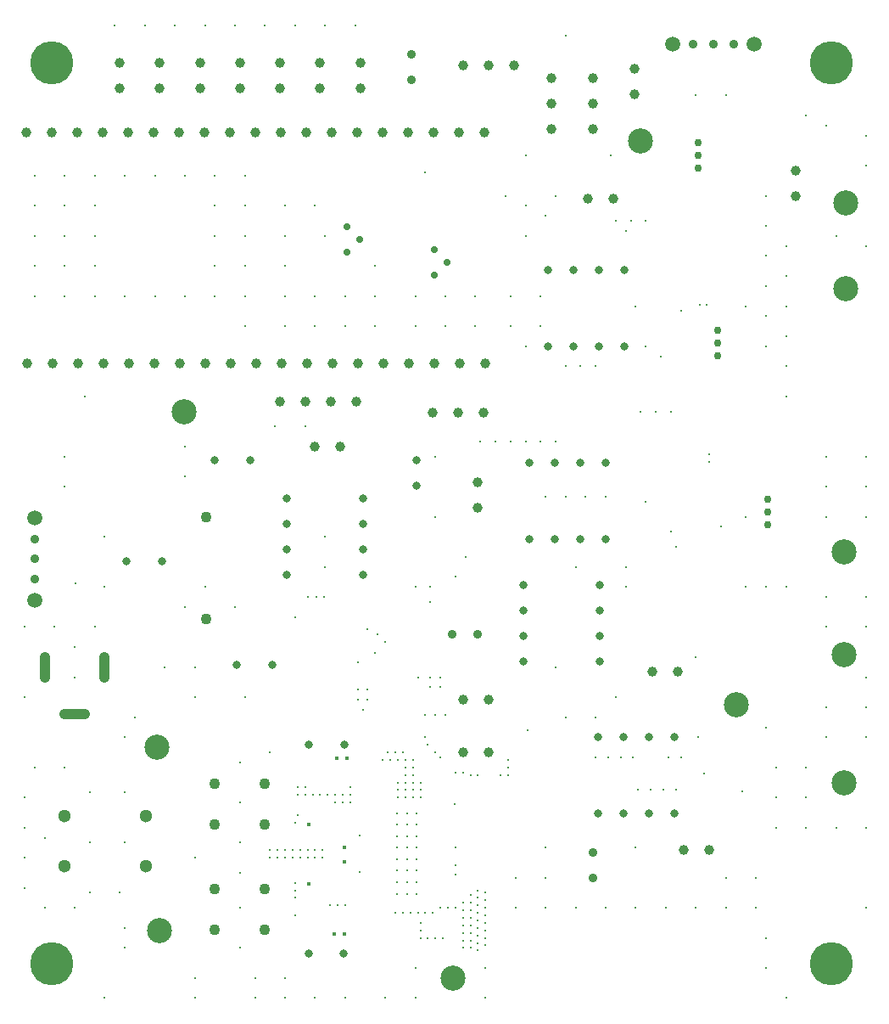
<source format=gbr>
%TF.GenerationSoftware,KiCad,Pcbnew,8.0.6*%
%TF.CreationDate,2024-11-21T01:01:50-08:00*%
%TF.ProjectId,ECE 411 Project,45434520-3431-4312-9050-726f6a656374,r1.6*%
%TF.SameCoordinates,Original*%
%TF.FileFunction,Plated,1,2,PTH,Mixed*%
%TF.FilePolarity,Positive*%
%FSLAX46Y46*%
G04 Gerber Fmt 4.6, Leading zero omitted, Abs format (unit mm)*
G04 Created by KiCad (PCBNEW 8.0.6) date 2024-11-21 01:01:50*
%MOMM*%
%LPD*%
G01*
G04 APERTURE LIST*
%TA.AperFunction,ViaDrill*%
%ADD10C,0.300000*%
%TD*%
%TA.AperFunction,ComponentDrill*%
%ADD11C,0.300000*%
%TD*%
%TA.AperFunction,ViaDrill*%
%ADD12C,0.400000*%
%TD*%
%TA.AperFunction,ComponentDrill*%
%ADD13C,0.700000*%
%TD*%
%TA.AperFunction,ComponentDrill*%
%ADD14C,0.750000*%
%TD*%
%TA.AperFunction,ComponentDrill*%
%ADD15C,0.800000*%
%TD*%
%TA.AperFunction,ComponentDrill*%
%ADD16C,0.900000*%
%TD*%
%TA.AperFunction,ComponentDrill*%
%ADD17C,1.000000*%
%TD*%
G04 aperture for slot hole*
%TA.AperFunction,ComponentDrill*%
%ADD18C,1.000000*%
%TD*%
%TA.AperFunction,ComponentDrill*%
%ADD19C,1.100000*%
%TD*%
%TA.AperFunction,ComponentDrill*%
%ADD20C,1.300000*%
%TD*%
%TA.AperFunction,ComponentDrill*%
%ADD21C,1.500000*%
%TD*%
%TA.AperFunction,ComponentDrill*%
%ADD22C,2.500000*%
%TD*%
%TA.AperFunction,ComponentDrill*%
%ADD23C,4.300000*%
%TD*%
G04 APERTURE END LIST*
D10*
X34000000Y-85000000D03*
X34000000Y-92000000D03*
X34000000Y-102000000D03*
X34000000Y-105000000D03*
X34000000Y-108000000D03*
X34000000Y-111000000D03*
X35000000Y-40000000D03*
X35000000Y-43000000D03*
X35000000Y-46000000D03*
X35000000Y-49000000D03*
X35000000Y-52000000D03*
X35000000Y-99000000D03*
X36000000Y-106000000D03*
X36000000Y-113000000D03*
X37000000Y-85000000D03*
X38000000Y-40000000D03*
X38000000Y-43000000D03*
X38000000Y-46000000D03*
X38000000Y-49000000D03*
X38000000Y-52000000D03*
X38000000Y-68000000D03*
X38000000Y-71000000D03*
X38000000Y-99000000D03*
X39000000Y-87000000D03*
X39000000Y-90000000D03*
X39000000Y-113000000D03*
X39100000Y-80600000D03*
X40000000Y-62000000D03*
X40500000Y-101500000D03*
X40500000Y-106500000D03*
X40500000Y-111500000D03*
X41000000Y-40000000D03*
X41000000Y-43000000D03*
X41000000Y-46000000D03*
X41000000Y-49000000D03*
X41000000Y-52000000D03*
X41000000Y-85000000D03*
X42000000Y-76000000D03*
X42000000Y-81000000D03*
X42000000Y-122000000D03*
X43000000Y-25000000D03*
X43500000Y-111500000D03*
X44000000Y-40000000D03*
X44000000Y-52000000D03*
X44000000Y-96000000D03*
X44000000Y-101500000D03*
X44000000Y-106500000D03*
X44000000Y-115000000D03*
X44000000Y-117000000D03*
X45000000Y-94000000D03*
X46000000Y-25000000D03*
X47000000Y-40000000D03*
X47000000Y-52000000D03*
X48000000Y-89000000D03*
X49000000Y-25000000D03*
X50000000Y-40000000D03*
X50000000Y-52000000D03*
X50000000Y-67000000D03*
X50000000Y-70000000D03*
X50000000Y-83000000D03*
X51000000Y-89000000D03*
X51000000Y-92000000D03*
X51000000Y-108000000D03*
X51000000Y-120000000D03*
X51000000Y-122000000D03*
X52000000Y-25000000D03*
X52000000Y-81000000D03*
X53000000Y-40000000D03*
X53000000Y-43000000D03*
X53000000Y-46000000D03*
X53000000Y-49000000D03*
X53000000Y-52000000D03*
X55000000Y-25000000D03*
X55000000Y-83000000D03*
X55500000Y-98500000D03*
X55500000Y-102500000D03*
X55500000Y-106500000D03*
X55500000Y-109500000D03*
X55500000Y-113000000D03*
X55500000Y-117000000D03*
X56000000Y-40000000D03*
X56000000Y-43000000D03*
X56000000Y-46000000D03*
X56000000Y-49000000D03*
X56000000Y-52000000D03*
X56000000Y-55000000D03*
X56000000Y-92000000D03*
X57000000Y-120000000D03*
X57000000Y-122000000D03*
X58000000Y-25000000D03*
X58500000Y-97500000D03*
X58500000Y-107250000D03*
X58500000Y-108000000D03*
X59000000Y-65000000D03*
X59250000Y-107250000D03*
X59250000Y-108000000D03*
X60000000Y-43000000D03*
X60000000Y-46000000D03*
X60000000Y-49000000D03*
X60000000Y-52000000D03*
X60000000Y-55000000D03*
X60000000Y-107250000D03*
X60000000Y-108000000D03*
X60000000Y-120000000D03*
X60000000Y-122000000D03*
X60750000Y-107250000D03*
X60750000Y-108000000D03*
X61000000Y-25000000D03*
X61000000Y-84000000D03*
X61000000Y-104500000D03*
X61000000Y-110500000D03*
X61000000Y-111250000D03*
X61000000Y-112000000D03*
X61000000Y-113750000D03*
X61250000Y-101000000D03*
X61250000Y-101750000D03*
X61250000Y-103750000D03*
X61500000Y-107250000D03*
X61500000Y-108000000D03*
X62000000Y-65000000D03*
X62000000Y-101000000D03*
X62000000Y-101750000D03*
X62250000Y-107250000D03*
X62250000Y-108000000D03*
X62300000Y-82000000D03*
X62750000Y-101750000D03*
X63000000Y-43000000D03*
X63000000Y-52000000D03*
X63000000Y-55000000D03*
X63000000Y-107250000D03*
X63000000Y-108000000D03*
X63000000Y-122000000D03*
X63100000Y-82000000D03*
X63500000Y-101750000D03*
X63750000Y-107250000D03*
X63750000Y-108000000D03*
X63900000Y-82000000D03*
X64000000Y-25000000D03*
X64000000Y-46000000D03*
X64000000Y-76000000D03*
X64000000Y-79000000D03*
X64250000Y-101750000D03*
X64500000Y-112750000D03*
X65000000Y-101750000D03*
X65000000Y-102500000D03*
X65250000Y-112750000D03*
X65750000Y-101750000D03*
X65750000Y-102500000D03*
X66000000Y-52000000D03*
X66000000Y-55000000D03*
X66000000Y-112750000D03*
X66000000Y-122000000D03*
X66500000Y-101000000D03*
X66500000Y-101750000D03*
X66500000Y-102500000D03*
X67000000Y-25000000D03*
X67250000Y-88500000D03*
X67250000Y-91250000D03*
X67250000Y-92250000D03*
X67452651Y-105750000D03*
X67452651Y-109450000D03*
X67750000Y-93250000D03*
X68250000Y-85250000D03*
X68250000Y-91250000D03*
X68250000Y-92250000D03*
X69000000Y-49000000D03*
X69000000Y-52000000D03*
X69000000Y-55000000D03*
X69000000Y-87600000D03*
X69250000Y-85750000D03*
X69750000Y-98250000D03*
X70000000Y-86500000D03*
X70000000Y-122000000D03*
X70250000Y-97500000D03*
X70500000Y-98250000D03*
X71000000Y-97500000D03*
X71000000Y-113500000D03*
X71250000Y-98250000D03*
X71250000Y-100500000D03*
X71250000Y-101250000D03*
X71250000Y-102000000D03*
X71750000Y-97500000D03*
X71750000Y-113500000D03*
X72000000Y-98250000D03*
X72000000Y-99000000D03*
X72000000Y-99750000D03*
X72000000Y-100500000D03*
X72000000Y-101250000D03*
X72000000Y-102000000D03*
X72500000Y-113500000D03*
X72750000Y-98250000D03*
X72750000Y-99000000D03*
X72750000Y-99750000D03*
X72750000Y-100500000D03*
X72750000Y-101250000D03*
X72750000Y-102000000D03*
X73000000Y-52000000D03*
X73000000Y-55000000D03*
X73000000Y-81000000D03*
X73000000Y-119000000D03*
X73000000Y-122000000D03*
X73250000Y-90000000D03*
X73250000Y-113500000D03*
X73500000Y-100500000D03*
X73500000Y-101250000D03*
X73500000Y-102000000D03*
X73500000Y-114500000D03*
X73500000Y-115250000D03*
X73500000Y-116000000D03*
X73962500Y-39700000D03*
X74000000Y-93750000D03*
X74000000Y-96000000D03*
X74000000Y-113500000D03*
X74250000Y-96750000D03*
X74250000Y-116000000D03*
X74500000Y-81000000D03*
X74500000Y-82500000D03*
X74500000Y-90000000D03*
X74500000Y-91000000D03*
X74750000Y-113500000D03*
X75000000Y-68000000D03*
X75000000Y-74000000D03*
X75000000Y-93750000D03*
X75000000Y-97500000D03*
X75000000Y-116000000D03*
X75500000Y-90000000D03*
X75500000Y-91000000D03*
X75500000Y-98000000D03*
X75500000Y-113000000D03*
X75750000Y-116000000D03*
X76000000Y-52000000D03*
X76000000Y-55000000D03*
X76000000Y-93750000D03*
X76250000Y-113000000D03*
X76952651Y-102650000D03*
X77000000Y-80000000D03*
X77000000Y-99500000D03*
X77000000Y-113000000D03*
X77052651Y-106950000D03*
X77052651Y-108750000D03*
X77052651Y-109650000D03*
X77750000Y-99500000D03*
X77750000Y-112500000D03*
X77750000Y-113250000D03*
X77750000Y-114000000D03*
X77750000Y-114750000D03*
X77750000Y-115500000D03*
X77750000Y-116250000D03*
X77750000Y-117000000D03*
X78000000Y-78000000D03*
X78500000Y-99750000D03*
X78500000Y-111750000D03*
X78500000Y-112500000D03*
X78500000Y-113250000D03*
X78500000Y-114000000D03*
X78500000Y-114750000D03*
X78500000Y-115500000D03*
X78500000Y-116250000D03*
X78500000Y-117000000D03*
X79000000Y-52000000D03*
X79000000Y-55000000D03*
X79250000Y-99750000D03*
X79250000Y-111250000D03*
X79250000Y-112000000D03*
X79250000Y-112750000D03*
X79250000Y-113500000D03*
X79250000Y-114250000D03*
X79250000Y-115000000D03*
X79250000Y-115750000D03*
X79250000Y-116500000D03*
X79250000Y-117250000D03*
X79500000Y-66500000D03*
X80000000Y-111500000D03*
X80000000Y-112250000D03*
X80000000Y-113000000D03*
X80000000Y-113750000D03*
X80000000Y-114500000D03*
X80000000Y-115250000D03*
X80000000Y-116000000D03*
X80000000Y-116750000D03*
X80000000Y-119000000D03*
X80000000Y-122000000D03*
X81000000Y-66500000D03*
X81500000Y-99750000D03*
X82000000Y-42000000D03*
X82250000Y-98250000D03*
X82250000Y-99000000D03*
X82250000Y-99750000D03*
X82500000Y-52000000D03*
X82500000Y-55000000D03*
X82500000Y-66500000D03*
X83000000Y-110000000D03*
X83000000Y-113000000D03*
X84000000Y-38000000D03*
X84000000Y-43000000D03*
X84000000Y-46000000D03*
X84000000Y-57000000D03*
X84000000Y-66500000D03*
X84200000Y-95300000D03*
X85500000Y-52000000D03*
X85500000Y-55000000D03*
X85500000Y-66500000D03*
X86000000Y-44000000D03*
X86000000Y-72000000D03*
X86000000Y-107000000D03*
X86000000Y-110000000D03*
X86000000Y-113000000D03*
X87000000Y-42000000D03*
X87000000Y-66500000D03*
X87000000Y-89000000D03*
X88000000Y-26000000D03*
X88000000Y-59000000D03*
X88000000Y-72000000D03*
X88000000Y-94000000D03*
X89000000Y-79000000D03*
X89000000Y-113000000D03*
X89500000Y-59000000D03*
X90000000Y-72000000D03*
X91000000Y-59000000D03*
X91000000Y-94000000D03*
X91000000Y-98000000D03*
X92000000Y-72000000D03*
X92000000Y-113000000D03*
X92250000Y-98000000D03*
X92500000Y-38000000D03*
X93000000Y-44500000D03*
X93000000Y-92000000D03*
X93500000Y-98000000D03*
X94000000Y-45500000D03*
X94000000Y-79000000D03*
X94000000Y-81000000D03*
X94500000Y-44500000D03*
X94750000Y-98000000D03*
X95000000Y-53000000D03*
X95000000Y-107000000D03*
X95000000Y-113000000D03*
X95250000Y-101250000D03*
X95500000Y-63500000D03*
X96000000Y-44500000D03*
X96000000Y-57000000D03*
X96000000Y-72500000D03*
X96500000Y-101250000D03*
X97000000Y-63500000D03*
X97500000Y-58000000D03*
X97750000Y-101250000D03*
X98000000Y-113000000D03*
X98250000Y-98000000D03*
X98500000Y-63500000D03*
X98500000Y-75500000D03*
X99000000Y-77000000D03*
X99000000Y-101250000D03*
X99500000Y-53500000D03*
X99500000Y-98000000D03*
X101000000Y-32000000D03*
X101000000Y-88000000D03*
X101000000Y-113000000D03*
X101250000Y-96000000D03*
X101400000Y-52900000D03*
X101850000Y-99600000D03*
X102100000Y-52900000D03*
X102300000Y-67800000D03*
X102300000Y-68500000D03*
X103500000Y-75000000D03*
X104000000Y-32000000D03*
X104000000Y-110000000D03*
X104000000Y-113000000D03*
X105650000Y-101350000D03*
X106000000Y-53000000D03*
X106000000Y-74000000D03*
X106000000Y-81000000D03*
X107000000Y-110000000D03*
X107000000Y-113000000D03*
X108000000Y-42000000D03*
X108000000Y-45000000D03*
X108000000Y-48000000D03*
X108000000Y-51000000D03*
X108000000Y-54000000D03*
X108000000Y-57000000D03*
X108000000Y-81000000D03*
X108000000Y-95000000D03*
X108000000Y-116000000D03*
X108000000Y-119000000D03*
X109000000Y-99000000D03*
X109000000Y-102000000D03*
X109000000Y-105000000D03*
X110000000Y-47000000D03*
X110000000Y-50000000D03*
X110000000Y-53000000D03*
X110000000Y-56000000D03*
X110000000Y-59000000D03*
X110000000Y-62000000D03*
X110000000Y-81000000D03*
X110000000Y-122000000D03*
X112000000Y-34000000D03*
X112000000Y-99000000D03*
X112000000Y-102000000D03*
X112000000Y-105000000D03*
X114000000Y-35000000D03*
X114000000Y-68000000D03*
X114000000Y-71000000D03*
X114000000Y-74000000D03*
X114000000Y-82000000D03*
X114000000Y-85000000D03*
X114000000Y-93000000D03*
X114000000Y-96000000D03*
X115000000Y-46000000D03*
X115000000Y-105000000D03*
X118000000Y-36000000D03*
X118000000Y-39000000D03*
X118000000Y-47000000D03*
X118000000Y-68000000D03*
X118000000Y-71000000D03*
X118000000Y-74000000D03*
X118000000Y-82000000D03*
X118000000Y-85000000D03*
X118000000Y-90000000D03*
X118000000Y-93000000D03*
X118000000Y-96000000D03*
X118000000Y-105000000D03*
X118000000Y-113000000D03*
D11*
%TO.C,U9*%
X71152651Y-103550000D03*
X71152651Y-104700000D03*
X71152651Y-105850000D03*
X71152651Y-107000000D03*
X71152651Y-108150000D03*
X71152651Y-109300000D03*
X71152651Y-110450000D03*
X71152651Y-111600000D03*
X72152651Y-103550000D03*
X72152651Y-104700000D03*
X72152651Y-105850000D03*
X72152651Y-107000000D03*
X72152651Y-108150000D03*
X72152651Y-109300000D03*
X72152651Y-110450000D03*
X72152651Y-111600000D03*
X73152651Y-103550000D03*
X73152651Y-104700000D03*
X73152651Y-105850000D03*
X73152651Y-107000000D03*
X73152651Y-108150000D03*
X73152651Y-109300000D03*
X73152651Y-110450000D03*
X73152651Y-111600000D03*
%TD*%
D12*
X62400000Y-104650000D03*
X62400000Y-110650000D03*
X64900000Y-115650000D03*
X65200000Y-98050000D03*
X65900000Y-106950000D03*
X65900000Y-108450000D03*
X65900000Y-115650000D03*
X66200000Y-98050000D03*
D13*
%TO.C,Q5*%
X66162500Y-45060000D03*
X66162500Y-47600000D03*
X67432500Y-46330000D03*
%TO.C,Q6*%
X74892500Y-47330000D03*
X74892500Y-49870000D03*
X76162500Y-48600000D03*
D14*
%TO.C,Q2*%
X101250000Y-36710000D03*
X101250000Y-37980000D03*
X101250000Y-39250000D03*
%TO.C,Q3*%
X103160000Y-55430000D03*
X103160000Y-56700000D03*
X103160000Y-57970000D03*
%TO.C,Q4*%
X108160000Y-72230000D03*
X108160000Y-73500000D03*
X108160000Y-74770000D03*
D15*
%TO.C,C42*%
X44200000Y-78400000D03*
X47700000Y-78400000D03*
%TO.C,C5*%
X53000000Y-68400000D03*
%TO.C,C8*%
X55200000Y-88750000D03*
%TO.C,C5*%
X56500000Y-68400000D03*
%TO.C,C8*%
X58700000Y-88750000D03*
%TO.C,U2*%
X60195000Y-72190000D03*
X60195000Y-74730000D03*
X60195000Y-77270000D03*
X60195000Y-79810000D03*
%TO.C,C25*%
X62352651Y-117550000D03*
%TO.C,C24*%
X62400000Y-96700000D03*
%TO.C,C25*%
X65852651Y-117550000D03*
%TO.C,C24*%
X65900000Y-96700000D03*
%TO.C,U2*%
X67815000Y-72190000D03*
X67815000Y-74730000D03*
X67815000Y-77270000D03*
X67815000Y-79810000D03*
%TO.C,C22*%
X73150000Y-68400000D03*
X73150000Y-70900000D03*
%TO.C,V3207D2*%
X83785000Y-80790000D03*
X83785000Y-83330000D03*
X83785000Y-85870000D03*
X83785000Y-88410000D03*
%TO.C,U3*%
X84390000Y-68595000D03*
X84390000Y-76215000D03*
%TO.C,V3207D1*%
X86250000Y-49380000D03*
X86250000Y-57000000D03*
%TO.C,U3*%
X86930000Y-68595000D03*
X86930000Y-76215000D03*
%TO.C,V3207D1*%
X88790000Y-49380000D03*
X88790000Y-57000000D03*
%TO.C,U3*%
X89470000Y-68595000D03*
X89470000Y-76215000D03*
%TO.C,U5*%
X91200000Y-95930000D03*
X91200000Y-103550000D03*
%TO.C,V3207D1*%
X91330000Y-49380000D03*
X91330000Y-57000000D03*
%TO.C,V3207D2*%
X91405000Y-80790000D03*
X91405000Y-83330000D03*
X91405000Y-85870000D03*
X91405000Y-88410000D03*
%TO.C,U3*%
X92010000Y-68595000D03*
X92010000Y-76215000D03*
%TO.C,U5*%
X93740000Y-95930000D03*
X93740000Y-103550000D03*
%TO.C,V3207D1*%
X93870000Y-49380000D03*
X93870000Y-57000000D03*
%TO.C,U5*%
X96280000Y-95930000D03*
X96280000Y-103550000D03*
X98820000Y-95930000D03*
X98820000Y-103550000D03*
D16*
%TO.C,SW9*%
X35000000Y-76200000D03*
X35000000Y-78200000D03*
X35000000Y-80200000D03*
%TO.C,D5*%
X72600000Y-27860000D03*
X72600000Y-30400000D03*
%TO.C,D4*%
X76710000Y-85750000D03*
X79250000Y-85750000D03*
%TO.C,D3*%
X90750000Y-107460000D03*
X90750000Y-110000000D03*
%TO.C,SW10*%
X100750000Y-26850000D03*
X102750000Y-26850000D03*
X104750000Y-26850000D03*
D17*
%TO.C,U6*%
X34160000Y-35700000D03*
X34240000Y-58700000D03*
D18*
%TO.C,J1*%
X36000000Y-90000000D02*
X36000000Y-88000000D01*
D17*
%TO.C,U6*%
X36700000Y-35700000D03*
X36780000Y-58700000D03*
D18*
%TO.C,J1*%
X40000000Y-93700000D02*
X38000000Y-93700000D01*
D17*
%TO.C,U6*%
X39240000Y-35700000D03*
X39320000Y-58700000D03*
X41780000Y-35700000D03*
X41860000Y-58700000D03*
D18*
%TO.C,J1*%
X42000000Y-90000000D02*
X42000000Y-88000000D01*
D17*
%TO.C,SW1*%
X43500000Y-28750000D03*
X43500000Y-31290000D03*
%TO.C,U6*%
X44320000Y-35700000D03*
X44400000Y-58700000D03*
X46860000Y-35700000D03*
X46940000Y-58700000D03*
%TO.C,SW2*%
X47500000Y-28750000D03*
X47500000Y-31290000D03*
%TO.C,U6*%
X49400000Y-35700000D03*
X49480000Y-58700000D03*
%TO.C,SW3*%
X51500000Y-28750000D03*
X51500000Y-31290000D03*
%TO.C,U6*%
X51940000Y-35700000D03*
X52020000Y-58700000D03*
X54480000Y-35700000D03*
X54560000Y-58700000D03*
%TO.C,SW4*%
X55500000Y-28750000D03*
X55500000Y-31290000D03*
%TO.C,U6*%
X57020000Y-35700000D03*
X57100000Y-58700000D03*
%TO.C,SW5*%
X59500000Y-28750000D03*
X59500000Y-31290000D03*
%TO.C,OLED1*%
X59500000Y-62500000D03*
%TO.C,U6*%
X59560000Y-35700000D03*
X59640000Y-58700000D03*
%TO.C,OLED1*%
X62040000Y-62500000D03*
%TO.C,U6*%
X62100000Y-35700000D03*
X62180000Y-58700000D03*
%TO.C,J2*%
X63000000Y-67000000D03*
%TO.C,SW6*%
X63500000Y-28750000D03*
X63500000Y-31290000D03*
%TO.C,OLED1*%
X64580000Y-62500000D03*
%TO.C,U6*%
X64640000Y-35700000D03*
X64720000Y-58700000D03*
%TO.C,J2*%
X65540000Y-67000000D03*
%TO.C,OLED1*%
X67120000Y-62500000D03*
%TO.C,U6*%
X67180000Y-35700000D03*
X67260000Y-58700000D03*
%TO.C,SW7*%
X67500000Y-28750000D03*
X67500000Y-31290000D03*
%TO.C,U6*%
X69720000Y-35700000D03*
X69800000Y-58700000D03*
X72260000Y-35700000D03*
X72340000Y-58700000D03*
%TO.C,CHTPS1*%
X74700000Y-63600000D03*
%TO.C,U6*%
X74800000Y-35700000D03*
X74880000Y-58700000D03*
%TO.C,CHTPS1*%
X77240000Y-63600000D03*
%TO.C,U6*%
X77340000Y-35700000D03*
X77420000Y-58700000D03*
%TO.C,RV8*%
X77750000Y-29000000D03*
%TO.C,J5*%
X77750000Y-97500000D03*
%TO.C,RV7*%
X77810000Y-92225000D03*
%TO.C,J6*%
X79225000Y-70550000D03*
X79225000Y-73090000D03*
%TO.C,CHTPS1*%
X79780000Y-63600000D03*
%TO.C,U6*%
X79880000Y-35700000D03*
X79960000Y-58700000D03*
%TO.C,RV8*%
X80290000Y-29000000D03*
%TO.C,J5*%
X80290000Y-97500000D03*
%TO.C,RV7*%
X80350000Y-92225000D03*
%TO.C,RV8*%
X82830000Y-29000000D03*
%TO.C,RV5*%
X86550000Y-30300000D03*
X86550000Y-32840000D03*
X86550000Y-35380000D03*
%TO.C,J7*%
X90210000Y-42275000D03*
%TO.C,RV4*%
X90750000Y-30300000D03*
X90750000Y-32840000D03*
X90750000Y-35380000D03*
%TO.C,J7*%
X92750000Y-42275000D03*
%TO.C,RV1*%
X94875000Y-29350000D03*
X94875000Y-31890000D03*
%TO.C,RV3*%
X96650000Y-89475000D03*
X99190000Y-89475000D03*
%TO.C,RV6*%
X99750000Y-107250000D03*
X102290000Y-107250000D03*
%TO.C,RV2*%
X111000000Y-39500000D03*
X111000000Y-42040000D03*
D19*
%TO.C,D2*%
X52100000Y-74000000D03*
X52100000Y-84160000D03*
%TO.C,L2*%
X53000000Y-100650000D03*
X53000000Y-104650000D03*
%TO.C,L1*%
X53000000Y-111150000D03*
X53000000Y-115150000D03*
%TO.C,L2*%
X58000000Y-100650000D03*
X58000000Y-104650000D03*
%TO.C,L1*%
X58000000Y-111150000D03*
X58000000Y-115150000D03*
D20*
%TO.C,J3*%
X37950000Y-103830000D03*
X37950000Y-108830000D03*
X46150000Y-103830000D03*
X46150000Y-108830000D03*
D21*
%TO.C,SW9*%
X35000000Y-74100000D03*
X35000000Y-82300000D03*
%TO.C,SW10*%
X98650000Y-26850000D03*
X106850000Y-26850000D03*
D22*
%TO.C,SPK-1*%
X47250000Y-97000000D03*
%TO.C,SPK+1*%
X47500000Y-115300000D03*
%TO.C,LINE_{IN}1*%
X49900000Y-63500000D03*
%TO.C,GND1*%
X76750000Y-120000000D03*
%TO.C,FUZ-CHO1*%
X95500000Y-36500000D03*
%TO.C,LINE_{OUT}1*%
X105000000Y-92750000D03*
%TO.C,V4.5*%
X115750000Y-87750000D03*
%TO.C,VGND1*%
X115750000Y-100500000D03*
%TO.C,CHO-TRE1*%
X115800000Y-77500000D03*
%TO.C,GENOUT1*%
X116000000Y-42750000D03*
%TO.C,V9*%
X116000000Y-51250000D03*
D23*
%TO.C,M4*%
X36700000Y-28700000D03*
X36700000Y-118600000D03*
X114500000Y-28700000D03*
X114500000Y-118600000D03*
M02*

</source>
